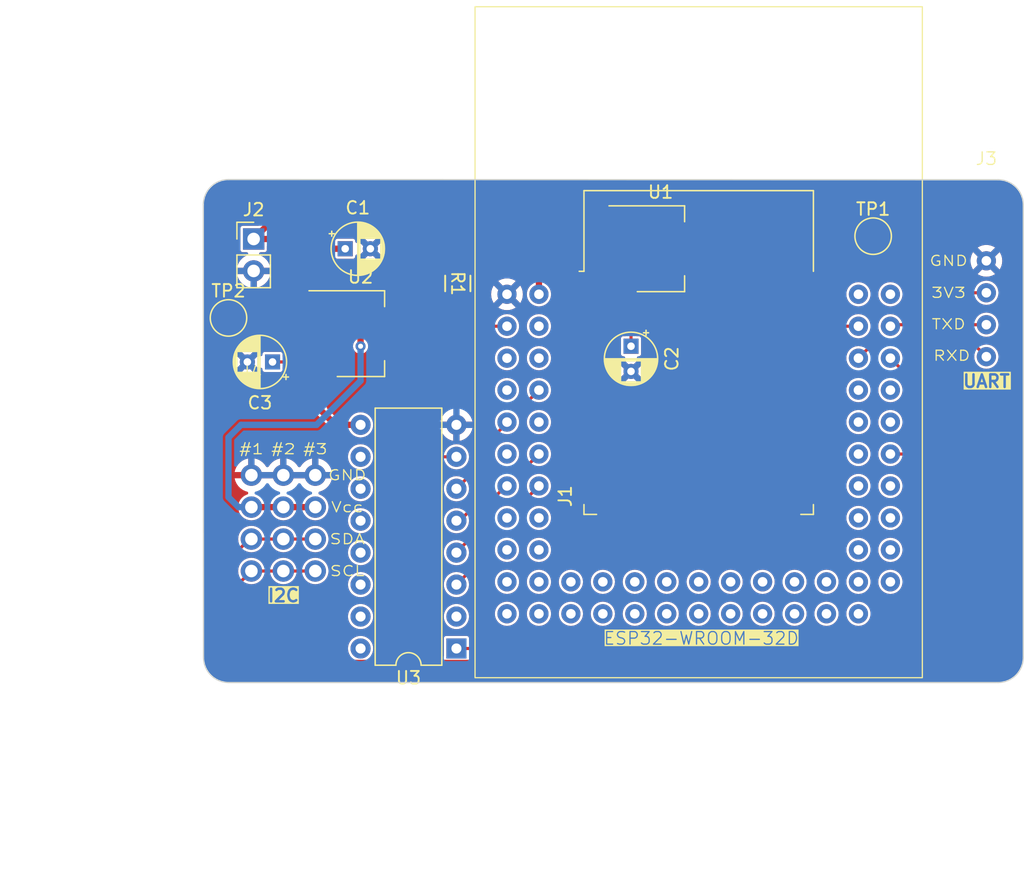
<source format=kicad_pcb>
(kicad_pcb (version 20221018) (generator pcbnew)
  (layers (0 "F.Cu" signal) (31 "B.Cu" signal) (34 "B.Paste" user) (35 "F.Paste" user) (36 "B.SilkS" user "B.Silkscreen") (37 "F.SilkS" user "F.Silkscreen") (38 "B.Mask" user) (39 "F.Mask" user) (44 "Edge.Cuts" user))
  (net 0 "")
  (net 1 "GND")
  (net 2 "+3V3")
  (net 16 "+5V")
  (net 17 "Net-(J1-EN)")
  (net 18 "Net-(J1-RXD0)")
  (net 19 "Net-(J1-TXD0)")
  (net 20 "Net-(J1-SDA)")
  (net 21 "Net-(J1-SCL)")
  (net 22 "VDC")
  (net 30 "Net-(J1-IO32)")
  (net 31 "Net-(J1-IO27)")
  (net 32 "Net-(J1-IO14)")
  (net 33 "Net-(J1-IO16)")
  (net 34 "Net-(J1-IO13)")
  (net 35 "Net-(J1-IO33)")
  (net 36 "Net-(J1-IO12)")
  (footprint "Capacitor_THT:CP_Radial_D4.0mm_P2.00mm" (layer "F.Cu") (at 114 53.25 -90)
    (fp_text reference "C2" (at 1 -3.25 90) (layer "F.SilkS"))
    (fp_text value "1uF")
    (pad "1" thru_hole rect (at 0 0 270) (size 1.2 1.2) (drill 0.6) (layers "*.Cu" "*.Mask") (net 2 "+3V3"))
    (pad "2" thru_hole circle (at 2 0 270) (size 1.2 1.2) (drill 0.6) (layers "*.Cu" "*.Mask") (net 1 "GND"))
  )
  (footprint "Alexander Footprints Library:TestPoint_D2.5mm" (layer "F.Cu") (at 133.25 44.5)
    (fp_text reference "TP1" (at 0 -2.148) (layer "F.SilkS"))
    (fp_text value "GND")
    (pad "1" smd circle (at 0 0) (size 2.5 2.5) (layers "F.Cu" "F.Mask") (net 1 "GND"))
  )
  (footprint "Package_DIP:DIP-16_W7.62mm" (layer "F.Cu") (at 100.12 77.28 180)
    (fp_text reference "U3" (at 3.81 -2.33) (layer "F.SilkS"))
    (fp_text value "ULN2003")
    (pad "1" thru_hole rect (at 0 0 180) (size 1.6 1.6) (drill 0.8) (layers "*.Cu" "*.Mask") (net 33 "Net-(J1-IO16)"))
    (pad "2" thru_hole oval (at 0 2.54 180) (size 1.6 1.6) (drill 0.8) (layers "*.Cu" "*.Mask") (net 34 "Net-(J1-IO13)"))
    (pad "3" thru_hole oval (at 0 5.08 180) (size 1.6 1.6) (drill 0.8) (layers "*.Cu" "*.Mask") (net 36 "Net-(J1-IO12)"))
    (pad "4" thru_hole oval (at 0 7.62 180) (size 1.6 1.6) (drill 0.8) (layers "*.Cu" "*.Mask") (net 32 "Net-(J1-IO14)"))
    (pad "5" thru_hole oval (at 0 10.16 180) (size 1.6 1.6) (drill 0.8) (layers "*.Cu" "*.Mask") (net 31 "Net-(J1-IO27)"))
    (pad "6" thru_hole oval (at 0 12.7 180) (size 1.6 1.6) (drill 0.8) (layers "*.Cu" "*.Mask") (net 35 "Net-(J1-IO33)"))
    (pad "7" thru_hole oval (at 0 15.24 180) (size 1.6 1.6) (drill 0.8) (layers "*.Cu" "*.Mask") (net 30 "Net-(J1-IO32)"))
    (pad "8" thru_hole oval (at 0 17.78 180) (size 1.6 1.6) (drill 0.8) (layers "*.Cu" "*.Mask") (net 1 "GND"))
    (pad "9" thru_hole oval (at 7.62 17.78 180) (size 1.6 1.6) (drill 0.8) (layers "*.Cu" "*.Mask") (net 16 "+5V"))
    (pad "10" thru_hole oval (at 7.62 15.24 180) (size 1.6 1.6) (drill 0.8) (layers "*.Cu" "*.Mask"))
    (pad "11" thru_hole oval (at 7.62 12.7 180) (size 1.6 1.6) (drill 0.8) (layers "*.Cu" "*.Mask"))
    (pad "12" thru_hole oval (at 7.62 10.16 180) (size 1.6 1.6) (drill 0.8) (layers "*.Cu" "*.Mask"))
    (pad "13" thru_hole oval (at 7.62 7.62 180) (size 1.6 1.6) (drill 0.8) (layers "*.Cu" "*.Mask"))
    (pad "14" thru_hole oval (at 7.62 5.08 180) (size 1.6 1.6) (drill 0.8) (layers "*.Cu" "*.Mask"))
    (pad "15" thru_hole oval (at 7.62 2.54 180) (size 1.6 1.6) (drill 0.8) (layers "*.Cu" "*.Mask"))
    (pad "16" thru_hole oval (at 7.62 0 180) (size 1.6 1.6) (drill 0.8) (layers "*.Cu" "*.Mask"))
  )
  (footprint "Alexander Footprints Library:Conn_I2C_3" (layer "F.Cu") (at 83.82 55.88)
    (fp_text reference "J4" (at 0 -0.5 unlocked) (layer "F.SilkS") (effects (font (thickness 0.1))))
    (fp_text value "I2C")
    (fp_text user "SDA" (at 7.62 12.7 unlocked) (layer "F.SilkS") (effects (font (size 0.8 1) (thickness 0.1))))
    (fp_text user "SCL" (at 7.62 15.24 unlocked) (layer "F.SilkS") (effects (font (size 0.8 1) (thickness 0.1))))
    (fp_text user "#1" (at 0 5.08 unlocked) (layer "F.SilkS") (effects (font (size 0.8 1) (thickness 0.1)) (justify top)))
    (fp_text user "#2" (at 2.54 5.08 unlocked) (layer "F.SilkS") (effects (font (size 0.8 1) (thickness 0.1)) (justify top)))
    (fp_text user "GND" (at 7.62 7.62 unlocked) (layer "F.SilkS") (effects (font (size 0.8 1) (thickness 0.1))))
    (fp_text user "Vcc" (at 7.62 10.16 unlocked) (layer "F.SilkS") (effects (font (size 0.8 1) (thickness 0.1))))
    (fp_text user "#3" (at 5.08 5.08 unlocked) (layer "F.SilkS") (effects (font (size 0.8 1) (thickness 0.1)) (justify top)))
    (fp_text user "I2C" (at 2.54 17.78 unlocked) (layer "F.SilkS" knockout) (effects (font (thickness 0.2) bold) (justify bottom)))
    (pad "GND" thru_hole oval (at 0 7.62) (size 1.7 1.7) (drill 1) (layers "*.Cu" "*.Mask") (net 1 "GND"))
    (pad "GND" thru_hole oval (at 2.54 7.62) (size 1.7 1.7) (drill 1) (layers "*.Cu" "*.Mask") (net 1 "GND"))
    (pad "GND" thru_hole oval (at 5.08 7.62) (size 1.7 1.7) (drill 1) (layers "*.Cu" "*.Mask") (net 1 "GND"))
    (pad "SCL" thru_hole oval (at 0 15.24) (size 1.7 1.7) (drill 1) (layers "*.Cu" "*.Mask") (net 21 "Net-(J1-SCL)"))
    (pad "SCL" thru_hole oval (at 2.54 15.24) (size 1.7 1.7) (drill 1) (layers "*.Cu" "*.Mask") (net 21 "Net-(J1-SCL)"))
    (pad "SCL" thru_hole oval (at 5.08 15.24) (size 1.7 1.7) (drill 1) (layers "*.Cu" "*.Mask") (net 21 "Net-(J1-SCL)"))
    (pad "SDA" thru_hole oval (at 0 12.7) (size 1.7 1.7) (drill 1) (layers "*.Cu" "*.Mask") (net 20 "Net-(J1-SDA)"))
    (pad "SDA" thru_hole oval (at 2.54 12.7) (size 1.7 1.7) (drill 1) (layers "*.Cu" "*.Mask") (net 20 "Net-(J1-SDA)"))
    (pad "SDA" thru_hole oval (at 5.08 12.7) (size 1.7 1.7) (drill 1) (layers "*.Cu" "*.Mask") (net 20 "Net-(J1-SDA)"))
    (pad "Vcc" thru_hole oval (at 0 10.16) (size 1.7 1.7) (drill 1) (layers "*.Cu" "*.Mask") (net 2 "+3V3"))
    (pad "Vcc" thru_hole oval (at 2.54 10.16) (size 1.7 1.7) (drill 1) (layers "*.Cu" "*.Mask") (net 2 "+3V3"))
    (pad "Vcc" thru_hole oval (at 5.08 10.16) (size 1.7 1.7) (drill 1) (layers "*.Cu" "*.Mask") (net 2 "+3V3"))
  )
  (footprint "Alexander Footprints Library:STA_RMCF1206_STP-L" (layer "F.Cu") (at 100.2284 48.26 -90)
    (fp_text reference "R1" (at 0 0 -90 unlocked) (layer "F.SilkS"))
    (fp_text value "10K")
    (pad "1" smd rect (at -1.3716 0 270) (size 0.9144 1.7018) (layers "F.Cu" "F.Paste" "F.Mask") (net 2 "+3V3"))
    (pad "2" smd rect (at 1.3716 0 270) (size 0.9144 1.7018) (layers "F.Cu" "F.Paste" "F.Mask") (net 17 "Net-(J1-EN)"))
    (zone (net 0) (net_name "") (layer "F.Cu") (connect_pads (clearance 0)) (min_thickness 0.254)
      (keepout (tracks not_allowed) (vias not_allowed) (pads allowed) (copperpour not_allowed) (footprints allowed))
      (fill (thermal_gap 0.508) (thermal_bridge_width 0.508))
      (polygon (pts (xy 101.0539 47.3964) (xy 101.0539 49.1236) (xy 99.4029 49.1236) (xy 99.4029 47.3964)))
    )
  )
  (footprint "Alexander Footprints Library:ESP32-WROOM-Adapter-Socket-2" (layer "F.Cu") (at 119.38 56.74)
    (fp_text reference "J1" (at -10.61 8.43 90) (layer "F.SilkS"))
    (fp_text value "~")
    (fp_text user "ESP32-WROOM-32D" (at -7.62 20.32 unlocked) (layer "F.SilkS" knockout) (effects (font (thickness 0.1)) (justify left bottom)))
    (pad "" thru_hole circle (at -15.24 10.16) (size 1.524 1.524) (drill 0.762) (layers "*.Cu" "*.Mask"))
    (pad "" thru_hole circle (at -15.24 12.7 90) (size 1.524 1.524) (drill 0.762) (layers "*.Cu" "*.Mask"))
    (pad "" thru_hole circle (at -15.24 15.24 90) (size 1.524 1.524) (drill 0.762) (layers "*.Cu" "*.Mask"))
    (pad "" thru_hole circle (at -15.24 17.78 90) (size 1.524 1.524) (drill 0.762) (layers "*.Cu" "*.Mask"))
    (pad "" thru_hole circle (at -12.7 10.16) (size 1.524 1.524) (drill 0.762) (layers "*.Cu" "*.Mask"))
    (pad "" thru_hole circle (at -12.7 12.7 90) (size 1.524 1.524) (drill 0.762) (layers "*.Cu" "*.Mask"))
    (pad "" thru_hole circle (at -12.7 15.24 90) (size 1.524 1.524) (drill 0.762) (layers "*.Cu" "*.Mask"))
    (pad "" thru_hole circle (at -12.7 17.78 90) (size 1.524 1.524) (drill 0.762) (layers "*.Cu" "*.Mask"))
    (pad "" thru_hole circle (at -10.16 15.24 90) (size 1.524 1.524) (drill 0.762) (layers "*.Cu" "*.Mask"))
    (pad "" thru_hole circle (at -7.62 15.24 90) (size 1.524 1.524) (drill 0.762) (layers "*.Cu" "*.Mask"))
    (pad "" thru_hole circle (at -5.08 15.24 90) (size 1.524 1.524) (drill 0.762) (layers "*.Cu" "*.Mask"))
    (pad "" thru_hole circle (at -2.54 15.24 90) (size 1.524 1.524) (drill 0.762) (layers "*.Cu" "*.Mask"))
    (pad "" thru_hole circle (at 0 15.24 90) (size 1.524 1.524) (drill 0.762) (layers "*.Cu" "*.Mask"))
    (pad "" thru_hole circle (at 2.54 15.24 90) (size 1.524 1.524) (drill 0.762) (layers "*.Cu" "*.Mask"))
    (pad "" thru_hole circle (at 5.08 15.24 90) (size 1.524 1.524) (drill 0.762) (layers "*.Cu" "*.Mask"))
    (pad "" thru_hole circle (at 7.62 15.24 90) (size 1.524 1.524) (drill 0.762) (layers "*.Cu" "*.Mask"))
    (pad "" thru_hole circle (at 10.16 15.24 90) (size 1.524 1.524) (drill 0.762) (layers "*.Cu" "*.Mask"))
    (pad "" thru_hole circle (at 12.7 10.16) (size 1.524 1.524) (drill 0.762) (layers "*.Cu" "*.Mask"))
    (pad "" thru_hole circle (at 12.7 12.7 90) (size 1.524 1.524) (drill 0.762) (layers "*.Cu" "*.Mask"))
    (pad "" thru_hole circle (at 12.7 15.24 90) (size 1.524 1.524) (drill 0.762) (layers "*.Cu" "*.Mask"))
    (pad "" thru_hole circle (at 12.7 17.78 90) (size 1.524 1.524) (drill 0.762) (layers "*.Cu" "*.Mask"))
    (pad "" thru_hole circle (at 15.24 10.16) (size 1.524 1.524) (drill 0.762) (layers "*.Cu" "*.Mask"))
    (pad "" thru_hole circle (at 15.24 12.7 90) (size 1.524 1.524) (drill 0.762) (layers "*.Cu" "*.Mask"))
    (pad "" thru_hole circle (at 15.24 15.24 90) (size 1.524 1.524) (drill 0.762) (layers "*.Cu" "*.Mask"))
    (pad "1" thru_hole circle (at -15.24 -7.62) (size 1.524 1.524) (drill 0.762) (layers "*.Cu" "*.Mask") (net 1 "GND"))
    (pad "2" thru_hole circle (at -12.7 -7.62) (size 1.524 1.524) (drill 0.762) (layers "*.Cu" "*.Mask") (net 2 "+3V3"))
    (pad "3" thru_hole circle (at -15.24 -5.08) (size 1.524 1.524) (drill 0.762) (layers "*.Cu" "*.Mask") (net 17 "Net-(J1-EN)"))
    (pad "4" thru_hole circle (at -12.7 -5.08) (size 1.524 1.524) (drill 0.762) (layers "*.Cu" "*.Mask"))
    (pad "5" thru_hole circle (at -15.24 -2.54) (size 1.524 1.524) (drill 0.762) (layers "*.Cu" "*.Mask"))
    (pad "6" thru_hole circle (at -12.7 -2.54) (size 1.524 1.524) (drill 0.762) (layers "*.Cu" "*.Mask"))
    (pad "7" thru_hole circle (at -15.24 0) (size 1.524 1.524) (drill 0.762) (layers "*.Cu" "*.Mask"))
    (pad "8" thru_hole circle (at -12.7 0) (size 1.524 1.524) (drill 0.762) (layers "*.Cu" "*.Mask") (net 30 "Net-(J1-IO32)"))
    (pad "9" thru_hole circle (at -15.24 2.54) (size 1.524 1.524) (drill 0.762) (layers "*.Cu" "*.Mask") (net 35 "Net-(J1-IO33)"))
    (pad "10" thru_hole circle (at -12.7 2.54) (size 1.524 1.524) (drill 0.762) (layers "*.Cu" "*.Mask"))
    (pad "11" thru_hole circle (at -15.24 5.08) (size 1.524 1.524) (drill 0.762) (layers "*.Cu" "*.Mask"))
    (pad "12" thru_hole circle (at -12.7 5.08) (size 1.524 1.524) (drill 0.762) (layers "*.Cu" "*.Mask") (net 31 "Net-(J1-IO27)"))
    (pad "13" thru_hole circle (at -15.24 7.62) (size 1.524 1.524) (drill 0.762) (layers "*.Cu" "*.Mask") (net 32 "Net-(J1-IO14)"))
    (pad "14" thru_hole circle (at -12.7 7.62) (size 1.524 1.524) (drill 0.762) (layers "*.Cu" "*.Mask") (net 36 "Net-(J1-IO12)"))
    (pad "25" thru_hole circle (at 15.24 7.62) (size 1.524 1.524) (drill 0.762) (layers "*.Cu" "*.Mask"))
    (pad "26" thru_hole circle (at 12.7 7.62) (size 1.524 1.524) (drill 0.762) (layers "*.Cu" "*.Mask"))
    (pad "27" thru_hole circle (at 15.24 5.08) (size 1.524 1.524) (drill 0.762) (layers "*.Cu" "*.Mask") (net 33 "Net-(J1-IO16)"))
    (pad "28" thru_hole circle (at 12.7 5.08) (size 1.524 1.524) (drill 0.762) (layers "*.Cu" "*.Mask"))
    (pad "29" thru_hole circle (at 15.24 2.54) (size 1.524 1.524) (drill 0.762) (layers "*.Cu" "*.Mask"))
    (pad "30" thru_hole circle (at 12.7 2.54) (size 1.524 1.524) (drill 0.762) (layers "*.Cu" "*.Mask"))
    (pad "31" thru_hole circle (at 15.24 0) (size 1.524 1.524) (drill 0.762) (layers "*.Cu" "*.Mask"))
    (pad "32" thru_hole circle (at 12.7 0) (size 1.524 1.524) (drill 0.762) (layers "*.Cu" "*.Mask"))
    (pad "33" thru_hole circle (at 15.24 -2.54) (size 1.524 1.524) (drill 0.762) (layers "*.Cu" "*.Mask") (net 20 "Net-(J1-SDA)"))
    (pad "34" thru_hole circle (at 12.7 -2.54) (size 1.524 1.524) (drill 0.762) (layers "*.Cu" "*.Mask") (net 18 "Net-(J1-RXD0)"))
    (pad "35" thru_hole circle (at 15.24 -5.08) (size 1.524 1.524) (drill 0.762) (layers "*.Cu" "*.Mask") (net 19 "Net-(J1-TXD0)"))
    (pad "36" thru_hole circle (at 12.7 -5.08) (size 1.524 1.524) (drill 0.762) (layers "*.Cu" "*.Mask") (net 21 "Net-(J1-SCL)"))
    (pad "37" thru_hole circle (at 15.24 -7.62) (size 1.524 1.524) (drill 0.762) (layers "*.Cu" "*.Mask"))
    (pad "38" thru_hole circle (at 12.7 -7.62) (size 1.524 1.524) (drill 0.762) (layers "*.Cu" "*.Mask"))
    (pad "41" thru_hole circle (at -10.16 17.78 90) (size 1.524 1.524) (drill 0.762) (layers "*.Cu" "*.Mask"))
    (pad "41" thru_hole circle (at -7.62 17.78 90) (size 1.524 1.524) (drill 0.762) (layers "*.Cu" "*.Mask"))
    (pad "41" thru_hole circle (at -5.08 17.78 90) (size 1.524 1.524) (drill 0.762) (layers "*.Cu" "*.Mask"))
    (pad "41" thru_hole circle (at -2.54 17.78 90) (size 1.524 1.524) (drill 0.762) (layers "*.Cu" "*.Mask"))
    (pad "41" thru_hole circle (at 0 17.78 90) (size 1.524 1.524) (drill 0.762) (layers "*.Cu" "*.Mask"))
    (pad "41" thru_hole circle (at 2.54 17.78 90) (size 1.524 1.524) (drill 0.762) (layers "*.Cu" "*.Mask"))
    (pad "41" thru_hole circle (at 5.08 17.78 90) (size 1.524 1.524) (drill 0.762) (layers "*.Cu" "*.Mask"))
    (pad "41" thru_hole circle (at 7.62 17.78 90) (size 1.524 1.524) (drill 0.762) (layers "*.Cu" "*.Mask"))
    (pad "41" thru_hole circle (at 10.16 17.78 90) (size 1.524 1.524) (drill 0.762) (layers "*.Cu" "*.Mask"))
  )
  (footprint "Alexander Footprints Library:TestPoint_D2.5mm" (layer "F.Cu") (at 82 51)
    (fp_text reference "TP2" (at 0 -2.148) (layer "F.SilkS"))
    (fp_text value "TP1")
    (pad "1" smd circle (at 0 0) (size 2.5 2.5) (layers "F.Cu" "F.Mask") (net 22 "VDC"))
  )
  (footprint "Capacitor_THT:CP_Radial_D4.0mm_P2.00mm" (layer "F.Cu") (at 85.5 54.5 180)
    (fp_text reference "C3" (at 1 -3.25) (layer "F.SilkS"))
    (fp_text value "1uF")
    (pad "1" thru_hole rect (at 0 0 180) (size 1.2 1.2) (drill 0.6) (layers "*.Cu" "*.Mask") (net 16 "+5V"))
    (pad "2" thru_hole circle (at 2 0 180) (size 1.2 1.2) (drill 0.6) (layers "*.Cu" "*.Mask") (net 1 "GND"))
  )
  (footprint "Connector_PinHeader_2.54mm:PinHeader_1x02_P2.54mm_Vertical" (layer "F.Cu") (at 84 44.725)
    (fp_text reference "J2" (at 0 -2.33) (layer "F.SilkS"))
    (fp_text value "PWR")
    (pad "1" thru_hole rect (at 0 0) (size 1.7 1.7) (drill 1) (layers "*.Cu" "*.Mask") (net 22 "VDC"))
    (pad "2" thru_hole oval (at 0 2.54) (size 1.7 1.7) (drill 1) (layers "*.Cu" "*.Mask") (net 1 "GND"))
  )
  (footprint "Package_TO_SOT_SMD:SOT-223-3_TabPin2" (layer "F.Cu") (at 92.5 52.25)
    (fp_text reference "U2" (at 0 -4.5) (layer "F.SilkS"))
    (fp_text value "MAX1726EUK50")
    (pad "1" smd rect (at -3.15 -2.3) (size 2 1.5) (layers "F.Cu" "F.Paste" "F.Mask") (net 22 "VDC"))
    (pad "2" smd rect (at -3.15 0) (size 2 1.5) (layers "F.Cu" "F.Paste" "F.Mask") (net 1 "GND"))
    (pad "2" smd rect (at 3.15 0) (size 2 3.8) (layers "F.Cu" "F.Paste" "F.Mask") (net 1 "GND"))
    (pad "3" smd rect (at -3.15 2.3) (size 2 1.5) (layers "F.Cu" "F.Paste" "F.Mask") (net 16 "+5V"))
  )
  (footprint "Alexander Footprints Library:Conn_UART" (layer "F.Cu") (at 142.25 38.84)
    (fp_text reference "J3" (at 0 -0.5 unlocked) (layer "F.SilkS") (effects (font (thickness 0.1))))
    (fp_text value "UART")
    (fp_text user "3V3" (at -3 10.16 unlocked) (layer "F.SilkS") (effects (font (size 0.8 1) (thickness 0.1))))
    (fp_text user "GND" (at -3 7.62 unlocked) (layer "F.SilkS") (effects (font (size 0.8 1) (thickness 0.1))))
    (fp_text user "RXD" (at -2.75 15.16 unlocked) (layer "F.SilkS") (effects (font (size 0.8 1) (thickness 0.1))))
    (fp_text user "TXD" (at -3 12.66 unlocked) (layer "F.SilkS") (effects (font (size 0.8 1) (thickness 0.1))))
    (fp_text user "UART" (at 0 17.78 unlocked) (layer "F.SilkS" knockout) (effects (font (thickness 0.2) bold) (justify bottom)))
    (pad "3V3" thru_hole circle (at 0 10.16) (size 1.524 1.524) (drill 0.762) (layers "*.Cu" "*.Mask") (net 2 "+3V3"))
    (pad "GND" thru_hole circle (at 0 7.62) (size 1.524 1.524) (drill 0.762) (layers "*.Cu" "*.Mask") (net 1 "GND"))
    (pad "RXD" thru_hole circle (at 0 15.24) (size 1.524 1.524) (drill 0.762) (layers "*.Cu" "*.Mask") (net 18 "Net-(J1-RXD0)"))
    (pad "TXD" thru_hole circle (at 0 12.7) (size 1.524 1.524) (drill 0.762) (layers "*.Cu" "*.Mask") (net 19 "Net-(J1-TXD0)"))
  )
  (footprint "Capacitor_THT:CP_Radial_D4.0mm_P2.00mm" (layer "F.Cu") (at 91.277401 45.5)
    (fp_text reference "C1" (at 1 -3.25) (layer "F.SilkS"))
    (fp_text value "1uF")
    (pad "1" thru_hole rect (at 0 0) (size 1.2 1.2) (drill 0.6) (layers "*.Cu" "*.Mask") (net 22 "VDC"))
    (pad "2" thru_hole circle (at 2 0) (size 1.2 1.2) (drill 0.6) (layers "*.Cu" "*.Mask") (net 1 "GND"))
  )
  (footprint "Package_TO_SOT_SMD:SOT-223-3_TabPin2" (layer "F.Cu") (at 116.35 45.5)
    (fp_text reference "U1" (at 0 -4.5) (layer "F.SilkS"))
    (fp_text value "MAX1726EUK33")
    (pad "1" smd rect (at -3.15 -2.3) (size 2 1.5) (layers "F.Cu" "F.Paste" "F.Mask") (net 22 "VDC"))
    (pad "2" smd rect (at -3.15 0) (size 2 1.5) (layers "F.Cu" "F.Paste" "F.Mask") (net 1 "GND"))
    (pad "2" smd rect (at 3.15 0) (size 2 3.8) (layers "F.Cu" "F.Paste" "F.Mask") (net 1 "GND"))
    (pad "3" smd rect (at -3.15 2.3) (size 2 1.5) (layers "F.Cu" "F.Paste" "F.Mask") (net 2 "+3V3"))
  )
  (gr_line (start 80 42) (end 80.014214 77.985786) (stroke (width 0.1)) (layer "Edge.Cuts"))
  (gr_arc (start 143.185786 40.014214) (mid 144.6 40.6) (end 145.185786 42.014214) (stroke (width 0.1)) (layer "Edge.Cuts"))
  (gr_arc (start 82.014214 79.985786) (mid 80.6 79.4) (end 80.014214 77.985786) (stroke (width 0.1)) (layer "Edge.Cuts"))
  (gr_line (start 145.185786 42.014214) (end 145.185786 77.985786) (stroke (width 0.1)) (layer "Edge.Cuts"))
  (gr_arc (start 80 42) (mid 80.585786 40.585786) (end 82 40) (stroke (width 0.1)) (layer "Edge.Cuts"))
  (gr_line (start 82.014214 79.985786) (end 143.185786 79.985786) (stroke (width 0.1)) (layer "Edge.Cuts"))
  (gr_arc (start 145.185786 77.985786) (mid 144.6 79.4) (end 143.185786 79.985786) (stroke (width 0.1)) (layer "Edge.Cuts"))
  (gr_line (start 143.185786 40.014214) (end 82 40) (stroke (width 0.1)) (layer "Edge.Cuts"))
  (segment (start 106.68 49.12) (end 106.68 47.32) (width 0.5) (layer "F.Cu") (net 2))
  (segment (start 115.45 47.8) (end 113.2 47.8) (width 0.25) (layer "F.Cu") (net 2))
  (segment (start 140 42.5) (end 138.75 41.25) (width 0.25) (layer "F.Cu") (net 2))
  (segment (start 107.25 44.75) (end 109 46.5) (width 0.5) (layer "F.Cu") (net 2))
  (segment (start 142.25 49) (end 141 49) (width 0.25) (layer "F.Cu") (net 2))
  (segment (start 100.2284 46.8884) (end 106.2484 46.8884) (width 0.25) (layer "F.Cu") (net 2))
  (segment (start 114 53.25) (end 114 51.25) (width 0.25) (layer "F.Cu") (net 2))
  (segment (start 138.75 41.25) (end 117 41.25) (width 0.25) (layer "F.Cu") (net 2))
  (segment (start 114 51.25) (end 113.2 50.45) (width 0.25) (layer "F.Cu") (net 2))
  (segment (start 140 48) (end 140 42.5) (width 0.25) (layer "F.Cu") (net 2))
  (segment (start 110.3 47.8) (end 113.2 47.8) (width 0.5) (layer "F.Cu") (net 2))
  (segment (start 92.5 52.5) (end 92.5 50) (width 0.5) (layer "F.Cu") (net 2))
  (segment (start 106.68 47.32) (end 107.5 46.5) (width 0.5) (layer "F.Cu") (net 2))
  (segment (start 92.5 50) (end 97.75 44.75) (width 0.5) (layer "F.Cu") (net 2))
  (segment (start 107.5 46.5) (end 109 46.5) (width 0.5) (layer "F.Cu") (net 2))
  (segment (start 92.5 52.5) (end 92.5 53.25) (width 0.5) (layer "F.Cu") (net 2))
  (segment (start 83.82 66.04) (end 88.9 66.04) (width 0.5) (layer "F.Cu") (net 2))
  (segment (start 116.25 42) (end 116.25 47) (width 0.25) (layer "F.Cu") (net 2))
  (segment (start 106.2484 46.8884) (end 106.68 47.32) (width 0.25) (layer "F.Cu") (net 2))
  (segment (start 97.75 44.75) (end 107.25 44.75) (width 0.5) (layer "F.Cu") (net 2))
  (segment (start 116.25 47) (end 115.45 47.8) (width 0.25) (layer "F.Cu") (net 2))
  (segment (start 117 41.25) (end 116.25 42) (width 0.25) (layer "F.Cu") (net 2))
  (segment (start 113.25 47.85) (end 113.2 47.8) (width 0.25) (layer "F.Cu") (net 2))
  (segment (start 141 49) (end 140 48) (width 0.25) (layer "F.Cu") (net 2))
  (segment (start 113.2 50.45) (end 113.2 47.8) (width 0.25) (layer "F.Cu") (net 2))
  (segment (start 109 46.5) (end 110.3 47.8) (width 0.5) (layer "F.Cu") (net 2))
  (via (at 92.5 53.25) (size 0.8) (drill 0.4) (layers "F.Cu" "B.Cu") (net 2))
  (segment (start 82 60.5) (end 82 65.25) (width 0.5) (layer "B.Cu") (net 2))
  (segment (start 83 59.5) (end 82 60.5) (width 0.5) (layer "B.Cu") (net 2))
  (segment (start 82.79 66.04) (end 83.82 66.04) (width 0.5) (layer "B.Cu") (net 2))
  (segment (start 92.5 56) (end 89 59.5) (width 0.5) (layer "B.Cu") (net 2))
  (segment (start 82 65.25) (end 82.79 66.04) (width 0.5) (layer "B.Cu") (net 2))
  (segment (start 92.5 53.25) (end 92.5 56) (width 0.5) (layer "B.Cu") (net 2))
  (segment (start 89 59.5) (end 83 59.5) (width 0.5) (layer "B.Cu") (net 2))
  (segment (start 85.5 54.5) (end 89.3 54.5) (width 0.25) (layer "F.Cu") (net 16))
  (segment (start 90.5 59.5) (end 89.35 58.35) (width 0.5) (layer "F.Cu") (net 16))
  (segment (start 92.5 59.5) (end 90.5 59.5) (width 0.5) (layer "F.Cu") (net 16))
  (segment (start 89.3 54.5) (end 89.35 54.55) (width 0.25) (layer "F.Cu") (net 16))
  (segment (start 89.35 58.35) (end 89.35 54.55) (width 0.5) (layer "F.Cu") (net 16))
  (segment (start 100.2284 49.6316) (end 100.2284 50.7284) (width 0.25) (layer "F.Cu") (net 17))
  (segment (start 100.2284 50.7284) (end 101.16 51.66) (width 0.25) (layer "F.Cu") (net 17))
  (segment (start 101.16 51.66) (end 104.14 51.66) (width 0.25) (layer "F.Cu") (net 17))
  (segment (start 141.16 53) (end 133.28 53) (width 0.25) (layer "F.Cu") (net 18))
  (segment (start 133.28 53) (end 132.08 54.2) (width 0.25) (layer "F.Cu") (net 18))
  (segment (start 142.24 54.08) (end 141.16 53) (width 0.25) (layer "F.Cu") (net 18))
  (segment (start 142.24 51.54) (end 134.74 51.54) (width 0.25) (layer "F.Cu") (net 19))
  (segment (start 134.74 51.54) (end 134.62 51.66) (width 0.25) (layer "F.Cu") (net 19))
  (segment (start 86 78.75) (end 139.75 78.75) (width 0.25) (layer "F.Cu") (net 20))
  (segment (start 82 70.25) (end 82 74.75) (width 0.25) (layer "F.Cu") (net 20))
  (segment (start 82 74.75) (end 86 78.75) (width 0.25) (layer "F.Cu") (net 20))
  (segment (start 88.9 68.58) (end 83.67 68.58) (width 0.25) (layer "F.Cu") (net 20))
  (segment (start 142.2 76.3) (end 142.2 58.563604) (width 0.25) (layer "F.Cu") (net 20))
  (segment (start 83.67 68.58) (end 82 70.25) (width 0.25) (layer "F.Cu") (net 20))
  (segment (start 135.42 55) (end 134.62 54.2) (width 0.25) (layer "F.Cu") (net 20))
  (segment (start 139.75 78.75) (end 142.2 76.3) (width 0.25) (layer "F.Cu") (net 20))
  (segment (start 138.636396 55) (end 135.42 55) (width 0.25) (layer "F.Cu") (net 20))
  (segment (start 142.2 58.563604) (end 138.636396 55) (width 0.25) (layer "F.Cu") (net 20))
  (segment (start 83.67 68.58) (end 83.82 68.58) (width 0.25) (layer "F.Cu") (net 20))
  (segment (start 86.3 78.3) (end 139.563604 78.3) (width 0.25) (layer "F.Cu") (net 21))
  (segment (start 138.5 55.5) (end 130.5 55.5) (width 0.25) (layer "F.Cu") (net 21))
  (segment (start 141.75 76.113604) (end 141.75 58.75) (width 0.25) (layer "F.Cu") (net 21))
  (segment (start 139.563604 78.3) (end 141.75 76.113604) (width 0.25) (layer "F.Cu") (net 21))
  (segment (start 129.75 52.25) (end 130.34 51.66) (width 0.25) (layer "F.Cu") (net 21))
  (segment (start 130.5 55.5) (end 129.75 54.75) (width 0.25) (layer "F.Cu") (net 21))
  (segment (start 83.82 71.12) (end 88.9 71.12) (width 0.25) (layer "F.Cu") (net 21))
  (segment (start 129.75 54.75) (end 129.75 52.25) (width 0.25) (layer "F.Cu") (net 21))
  (segment (start 82.5 74.5) (end 86.3 78.3) (width 0.25) (layer "F.Cu") (net 21))
  (segment (start 141.75 58.75) (end 138.5 55.5) (width 0.25) (layer "F.Cu") (net 21))
  (segment (start 82.5 72.44) (end 82.5 74.5) (width 0.25) (layer "F.Cu") (net 21))
  (segment (start 130.34 51.66) (end 132.08 51.66) (width 0.25) (layer "F.Cu") (net 21))
  (segment (start 83.82 71.12) (end 82.5 72.44) (width 0.25) (layer "F.Cu") (net 21))
  (segment (start 86.725 42) (end 108 42) (width 0.5) (layer "F.Cu") (net 22))
  (segment (start 87 45.5) (end 91.277401 45.5) (width 0.5) (layer "F.Cu") (net 22))
  (segment (start 108 42) (end 109.2 43.2) (width 0.5) (layer "F.Cu") (net 22))
  (segment (start 109.2 43.2) (end 113.2 43.2) (width 0.5) (layer "F.Cu") (net 22))
  (segment (start 84 44.725) (end 86.725 42) (width 0.5) (layer "F.Cu") (net 22))
  (segment (start 86.75 45.25) (end 87 45.5) (width 0.5) (layer "F.Cu") (net 22))
  (segment (start 89.35 49.95) (end 87.7 49.95) (width 0.5) (layer "F.Cu") (net 22))
  (segment (start 86.75 49) (end 86.75 45.25) (width 0.5) (layer "F.Cu") (net 22))
  (segment (start 86.225 44.725) (end 84 44.725) (width 0.5) (layer "F.Cu") (net 22))
  (segment (start 86.75 45.25) (end 86.225 44.725) (width 0.5) (layer "F.Cu") (net 22))
  (segment (start 87.7 49.95) (end 86.75 49) (width 0.5) (layer "F.Cu") (net 22))
  (segment (start 99 58) (end 98.25 58.75) (width 0.25) (layer "F.Cu") (net 30))
  (segment (start 106.68 56.74) (end 105.42 58) (width 0.25) (layer "F.Cu") (net 30))
  (segment (start 98.25 61.5) (end 98.79 62.04) (width 0.25) (layer "F.Cu") (net 30))
  (segment (start 98.79 62.04) (end 100.12 62.04) (width 0.25) (layer "F.Cu") (net 30))
  (segment (start 98.25 58.75) (end 98.25 61.5) (width 0.25) (layer "F.Cu") (net 30))
  (segment (start 105.42 58) (end 99 58) (width 0.25) (layer "F.Cu") (net 30))
  (segment (start 102 64) (end 102 65.5) (width 0.25) (layer "F.Cu") (net 31))
  (segment (start 102 65.5) (end 100.38 67.12) (width 0.25) (layer "F.Cu") (net 31))
  (segment (start 103 63) (end 102 64) (width 0.25) (layer "F.Cu") (net 31))
  (segment (start 105.5 63) (end 103 63) (width 0.25) (layer "F.Cu") (net 31))
  (segment (start 106.68 61.82) (end 105.5 63) (width 0.25) (layer "F.Cu") (net 31))
  (segment (start 100.38 67.12) (end 100.12 67.12) (width 0.25) (layer "F.Cu") (net 31))
  (segment (start 102.75 65.6565) (end 104.0465 64.36) (width 0.25) (layer "F.Cu") (net 32))
  (segment (start 104.0465 64.36) (end 104.14 64.36) (width 0.25) (layer "F.Cu") (net 32))
  (segment (start 100.12 69.66) (end 100.12 69.63) (width 0.25) (layer "F.Cu") (net 32))
  (segment (start 102.75 67) (end 102.75 65.6565) (width 0.25) (layer "F.Cu") (net 32))
  (segment (start 100.12 69.63) (end 102.75 67) (width 0.25) (layer "F.Cu") (net 32))
  (segment (start 141.25 62.75) (end 140.32 61.82) (width 0.25) (layer "F.Cu") (net 33))
  (segment (start 102.25 77.75) (end 139.25 77.75) (width 0.25) (layer "F.Cu") (net 33))
  (segment (start 101.78 77.28) (end 102.25 77.75) (width 0.25) (layer "F.Cu") (net 33))
  (segment (start 100.12 77.28) (end 101.78 77.28) (width 0.25) (layer "F.Cu") (net 33))
  (segment (start 139.25 77.75) (end 141.25 75.75) (width 0.25) (layer "F.Cu") (net 33))
  (segment (start 140.32 61.82) (end 134.62 61.82) (width 0.25) (layer "F.Cu") (net 33))
  (segment (start 141.25 75.75) (end 141.25 62.75) (width 0.25) (layer "F.Cu") (net 33))
  (segment (start 102.5 61) (end 104.14 59.36) (width 0.25) (layer "F.Cu") (net 35))
  (segment (start 104.14 59.36) (end 104.14 59.28) (width 0.25) (layer "F.Cu") (net 35))
  (segment (start 100.12 64.58) (end 102.5 62.2) (width 0.25) (layer "F.Cu") (net 35))
  (segment (start 102.5 62.2) (end 102.5 61) (width 0.25) (layer "F.Cu") (net 35))
  (segment (start 105.5 65.54) (end 106.68 64.36) (width 0.25) (layer "F.Cu") (net 36))
  (segment (start 102 69) (end 102.75 68.25) (width 0.25) (layer "F.Cu") (net 36))
  (segment (start 100.12 72.2) (end 102 70.32) (width 0.25) (layer "F.Cu") (net 36))
  (segment (start 102.75 68.25) (end 104.75 68.25) (width 0.25) (layer "F.Cu") (net 36))
  (segment (start 105.5 67.5) (end 105.5 65.54) (width 0.25) (layer "F.Cu") (net 36))
  (segment (start 104.75 68.25) (end 105.5 67.5) (width 0.25) (layer "F.Cu") (net 36))
  (segment (start 102 70.32) (end 102 69) (width 0.25) (layer "F.Cu") (net 36))
  (zone (net 1) (net_name "GND") (layer "F.Cu") (priority 1) (connect_pads (clearance 0)) (min_thickness 0.25) (fill yes (thermal_gap 0.5) (thermal_bridge_width 0.5))
    (polygon (pts (xy 80 40) (xy 80 80) (xy 145.25 80) (xy 145.25 40)))
  )
  (zone (net 1) (net_name "GND") (layer "B.Cu") (connect_pads (clearance 0)) (min_thickness 0.25) (fill yes (thermal_gap 0.5) (thermal_bridge_width 0.5))
    (polygon (pts (xy 80 40) (xy 145.2 40) (xy 145.2 80) (xy 80 80)))
  )
)
</source>
